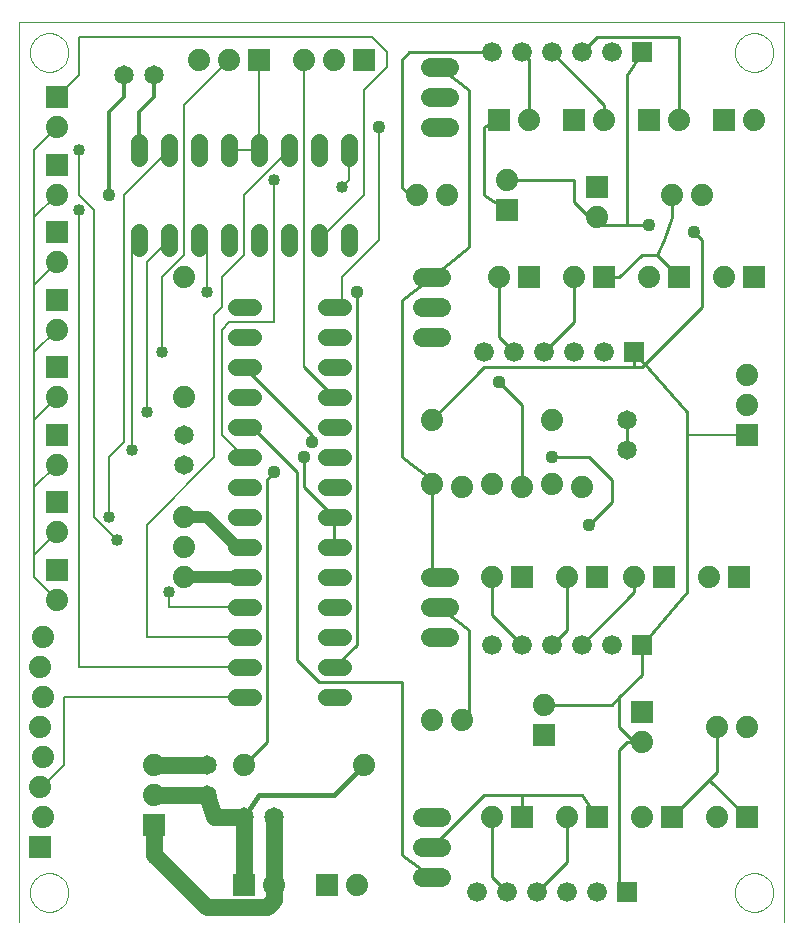
<source format=gtl>
G75*
%MOIN*%
%OFA0B0*%
%FSLAX24Y24*%
%IPPOS*%
%LPD*%
%AMOC8*
5,1,8,0,0,1.08239X$1,22.5*
%
%ADD10C,0.0000*%
%ADD11R,0.0740X0.0740*%
%ADD12C,0.0740*%
%ADD13C,0.0650*%
%ADD14C,0.0560*%
%ADD15C,0.0640*%
%ADD16R,0.0660X0.0660*%
%ADD17C,0.0660*%
%ADD18C,0.0100*%
%ADD19C,0.0436*%
%ADD20C,0.0080*%
%ADD21C,0.0120*%
%ADD22C,0.0160*%
%ADD23C,0.0400*%
%ADD24C,0.0440*%
%ADD25C,0.0400*%
D10*
X000100Y000150D02*
X000100Y030150D01*
X025600Y030150D01*
X025600Y000150D01*
X023957Y001150D02*
X023959Y001200D01*
X023965Y001251D01*
X023975Y001300D01*
X023988Y001349D01*
X024006Y001396D01*
X024027Y001442D01*
X024052Y001486D01*
X024080Y001528D01*
X024111Y001568D01*
X024145Y001605D01*
X024182Y001639D01*
X024222Y001670D01*
X024264Y001698D01*
X024308Y001723D01*
X024354Y001744D01*
X024401Y001762D01*
X024450Y001775D01*
X024499Y001785D01*
X024550Y001791D01*
X024600Y001793D01*
X024650Y001791D01*
X024701Y001785D01*
X024750Y001775D01*
X024799Y001762D01*
X024846Y001744D01*
X024892Y001723D01*
X024936Y001698D01*
X024978Y001670D01*
X025018Y001639D01*
X025055Y001605D01*
X025089Y001568D01*
X025120Y001528D01*
X025148Y001486D01*
X025173Y001442D01*
X025194Y001396D01*
X025212Y001349D01*
X025225Y001300D01*
X025235Y001251D01*
X025241Y001200D01*
X025243Y001150D01*
X025241Y001100D01*
X025235Y001049D01*
X025225Y001000D01*
X025212Y000951D01*
X025194Y000904D01*
X025173Y000858D01*
X025148Y000814D01*
X025120Y000772D01*
X025089Y000732D01*
X025055Y000695D01*
X025018Y000661D01*
X024978Y000630D01*
X024936Y000602D01*
X024892Y000577D01*
X024846Y000556D01*
X024799Y000538D01*
X024750Y000525D01*
X024701Y000515D01*
X024650Y000509D01*
X024600Y000507D01*
X024550Y000509D01*
X024499Y000515D01*
X024450Y000525D01*
X024401Y000538D01*
X024354Y000556D01*
X024308Y000577D01*
X024264Y000602D01*
X024222Y000630D01*
X024182Y000661D01*
X024145Y000695D01*
X024111Y000732D01*
X024080Y000772D01*
X024052Y000814D01*
X024027Y000858D01*
X024006Y000904D01*
X023988Y000951D01*
X023975Y001000D01*
X023965Y001049D01*
X023959Y001100D01*
X023957Y001150D01*
X000457Y001150D02*
X000459Y001200D01*
X000465Y001251D01*
X000475Y001300D01*
X000488Y001349D01*
X000506Y001396D01*
X000527Y001442D01*
X000552Y001486D01*
X000580Y001528D01*
X000611Y001568D01*
X000645Y001605D01*
X000682Y001639D01*
X000722Y001670D01*
X000764Y001698D01*
X000808Y001723D01*
X000854Y001744D01*
X000901Y001762D01*
X000950Y001775D01*
X000999Y001785D01*
X001050Y001791D01*
X001100Y001793D01*
X001150Y001791D01*
X001201Y001785D01*
X001250Y001775D01*
X001299Y001762D01*
X001346Y001744D01*
X001392Y001723D01*
X001436Y001698D01*
X001478Y001670D01*
X001518Y001639D01*
X001555Y001605D01*
X001589Y001568D01*
X001620Y001528D01*
X001648Y001486D01*
X001673Y001442D01*
X001694Y001396D01*
X001712Y001349D01*
X001725Y001300D01*
X001735Y001251D01*
X001741Y001200D01*
X001743Y001150D01*
X001741Y001100D01*
X001735Y001049D01*
X001725Y001000D01*
X001712Y000951D01*
X001694Y000904D01*
X001673Y000858D01*
X001648Y000814D01*
X001620Y000772D01*
X001589Y000732D01*
X001555Y000695D01*
X001518Y000661D01*
X001478Y000630D01*
X001436Y000602D01*
X001392Y000577D01*
X001346Y000556D01*
X001299Y000538D01*
X001250Y000525D01*
X001201Y000515D01*
X001150Y000509D01*
X001100Y000507D01*
X001050Y000509D01*
X000999Y000515D01*
X000950Y000525D01*
X000901Y000538D01*
X000854Y000556D01*
X000808Y000577D01*
X000764Y000602D01*
X000722Y000630D01*
X000682Y000661D01*
X000645Y000695D01*
X000611Y000732D01*
X000580Y000772D01*
X000552Y000814D01*
X000527Y000858D01*
X000506Y000904D01*
X000488Y000951D01*
X000475Y001000D01*
X000465Y001049D01*
X000459Y001100D01*
X000457Y001150D01*
X000457Y029150D02*
X000459Y029200D01*
X000465Y029251D01*
X000475Y029300D01*
X000488Y029349D01*
X000506Y029396D01*
X000527Y029442D01*
X000552Y029486D01*
X000580Y029528D01*
X000611Y029568D01*
X000645Y029605D01*
X000682Y029639D01*
X000722Y029670D01*
X000764Y029698D01*
X000808Y029723D01*
X000854Y029744D01*
X000901Y029762D01*
X000950Y029775D01*
X000999Y029785D01*
X001050Y029791D01*
X001100Y029793D01*
X001150Y029791D01*
X001201Y029785D01*
X001250Y029775D01*
X001299Y029762D01*
X001346Y029744D01*
X001392Y029723D01*
X001436Y029698D01*
X001478Y029670D01*
X001518Y029639D01*
X001555Y029605D01*
X001589Y029568D01*
X001620Y029528D01*
X001648Y029486D01*
X001673Y029442D01*
X001694Y029396D01*
X001712Y029349D01*
X001725Y029300D01*
X001735Y029251D01*
X001741Y029200D01*
X001743Y029150D01*
X001741Y029100D01*
X001735Y029049D01*
X001725Y029000D01*
X001712Y028951D01*
X001694Y028904D01*
X001673Y028858D01*
X001648Y028814D01*
X001620Y028772D01*
X001589Y028732D01*
X001555Y028695D01*
X001518Y028661D01*
X001478Y028630D01*
X001436Y028602D01*
X001392Y028577D01*
X001346Y028556D01*
X001299Y028538D01*
X001250Y028525D01*
X001201Y028515D01*
X001150Y028509D01*
X001100Y028507D01*
X001050Y028509D01*
X000999Y028515D01*
X000950Y028525D01*
X000901Y028538D01*
X000854Y028556D01*
X000808Y028577D01*
X000764Y028602D01*
X000722Y028630D01*
X000682Y028661D01*
X000645Y028695D01*
X000611Y028732D01*
X000580Y028772D01*
X000552Y028814D01*
X000527Y028858D01*
X000506Y028904D01*
X000488Y028951D01*
X000475Y029000D01*
X000465Y029049D01*
X000459Y029100D01*
X000457Y029150D01*
X023957Y029150D02*
X023959Y029200D01*
X023965Y029251D01*
X023975Y029300D01*
X023988Y029349D01*
X024006Y029396D01*
X024027Y029442D01*
X024052Y029486D01*
X024080Y029528D01*
X024111Y029568D01*
X024145Y029605D01*
X024182Y029639D01*
X024222Y029670D01*
X024264Y029698D01*
X024308Y029723D01*
X024354Y029744D01*
X024401Y029762D01*
X024450Y029775D01*
X024499Y029785D01*
X024550Y029791D01*
X024600Y029793D01*
X024650Y029791D01*
X024701Y029785D01*
X024750Y029775D01*
X024799Y029762D01*
X024846Y029744D01*
X024892Y029723D01*
X024936Y029698D01*
X024978Y029670D01*
X025018Y029639D01*
X025055Y029605D01*
X025089Y029568D01*
X025120Y029528D01*
X025148Y029486D01*
X025173Y029442D01*
X025194Y029396D01*
X025212Y029349D01*
X025225Y029300D01*
X025235Y029251D01*
X025241Y029200D01*
X025243Y029150D01*
X025241Y029100D01*
X025235Y029049D01*
X025225Y029000D01*
X025212Y028951D01*
X025194Y028904D01*
X025173Y028858D01*
X025148Y028814D01*
X025120Y028772D01*
X025089Y028732D01*
X025055Y028695D01*
X025018Y028661D01*
X024978Y028630D01*
X024936Y028602D01*
X024892Y028577D01*
X024846Y028556D01*
X024799Y028538D01*
X024750Y028525D01*
X024701Y028515D01*
X024650Y028509D01*
X024600Y028507D01*
X024550Y028509D01*
X024499Y028515D01*
X024450Y028525D01*
X024401Y028538D01*
X024354Y028556D01*
X024308Y028577D01*
X024264Y028602D01*
X024222Y028630D01*
X024182Y028661D01*
X024145Y028695D01*
X024111Y028732D01*
X024080Y028772D01*
X024052Y028814D01*
X024027Y028858D01*
X024006Y028904D01*
X023988Y028951D01*
X023975Y029000D01*
X023965Y029049D01*
X023959Y029100D01*
X023957Y029150D01*
D11*
X023600Y026900D03*
X021100Y026900D03*
X019350Y024650D03*
X018600Y026900D03*
X016100Y026900D03*
X016350Y023900D03*
X017100Y021650D03*
X019600Y021650D03*
X022100Y021650D03*
X024600Y021650D03*
X024350Y016400D03*
X024100Y011650D03*
X021600Y011650D03*
X019350Y011650D03*
X016850Y011650D03*
X020850Y007150D03*
X021850Y003650D03*
X019350Y003650D03*
X016850Y003650D03*
X017600Y006400D03*
X024350Y003650D03*
X010350Y001400D03*
X007600Y001400D03*
X004600Y003400D03*
X000800Y002650D03*
X001350Y011900D03*
X001350Y014150D03*
X001350Y016400D03*
X001350Y018650D03*
X001350Y020900D03*
X001350Y023150D03*
X001350Y025400D03*
X001350Y027650D03*
X008100Y028900D03*
X011600Y028900D03*
D12*
X010600Y028900D03*
X009600Y028900D03*
X007100Y028900D03*
X006100Y028900D03*
X001350Y026650D03*
X001350Y024400D03*
X001350Y022150D03*
X001350Y019900D03*
X001350Y017650D03*
X001350Y015400D03*
X001350Y013150D03*
X001350Y010900D03*
X000900Y009650D03*
X000800Y008650D03*
X000900Y007650D03*
X000800Y006650D03*
X000900Y005650D03*
X000800Y004650D03*
X000900Y003650D03*
X004600Y004400D03*
X004600Y005400D03*
X007600Y005400D03*
X008600Y001400D03*
X011350Y001400D03*
X011600Y005400D03*
X013850Y006900D03*
X014850Y006900D03*
X015850Y003650D03*
X018350Y003650D03*
X020850Y003650D03*
X020850Y006150D03*
X023350Y006650D03*
X024350Y006650D03*
X023350Y003650D03*
X017600Y007400D03*
X018350Y011650D03*
X020600Y011650D03*
X023100Y011650D03*
X018850Y014650D03*
X017850Y014750D03*
X016850Y014650D03*
X015850Y014750D03*
X014850Y014650D03*
X013850Y014750D03*
X013850Y016900D03*
X017850Y016900D03*
X018600Y021650D03*
X019350Y023650D03*
X021100Y021650D03*
X021850Y024400D03*
X022850Y024400D03*
X022100Y026900D03*
X019600Y026900D03*
X017100Y026900D03*
X016350Y024900D03*
X014350Y024400D03*
X013350Y024400D03*
X016100Y021650D03*
X023600Y021650D03*
X024350Y018400D03*
X024350Y017400D03*
X024600Y026900D03*
X015850Y011650D03*
X005600Y011650D03*
X005600Y012650D03*
X005600Y013650D03*
X005600Y017650D03*
X005600Y021650D03*
D13*
X005600Y016400D03*
X005600Y015400D03*
X006350Y005400D03*
X006350Y004400D03*
X007600Y003650D03*
X008600Y003650D03*
X020350Y015900D03*
X020350Y016900D03*
X004600Y028400D03*
X003600Y028400D03*
D14*
X004100Y026180D02*
X004100Y025620D01*
X005100Y025620D02*
X005100Y026180D01*
X006100Y026180D02*
X006100Y025620D01*
X007100Y025620D02*
X007100Y026180D01*
X008100Y026180D02*
X008100Y025620D01*
X009100Y025620D02*
X009100Y026180D01*
X010100Y026180D02*
X010100Y025620D01*
X011100Y025620D02*
X011100Y026180D01*
X011100Y023180D02*
X011100Y022620D01*
X010100Y022620D02*
X010100Y023180D01*
X009100Y023180D02*
X009100Y022620D01*
X008100Y022620D02*
X008100Y023180D01*
X007100Y023180D02*
X007100Y022620D01*
X006100Y022620D02*
X006100Y023180D01*
X005100Y023180D02*
X005100Y022620D01*
X004100Y022620D02*
X004100Y023180D01*
X007320Y020650D02*
X007880Y020650D01*
X007880Y019650D02*
X007320Y019650D01*
X007320Y018650D02*
X007880Y018650D01*
X007880Y017650D02*
X007320Y017650D01*
X007320Y016650D02*
X007880Y016650D01*
X007880Y015650D02*
X007320Y015650D01*
X007320Y014650D02*
X007880Y014650D01*
X007880Y013650D02*
X007320Y013650D01*
X007320Y012650D02*
X007880Y012650D01*
X007880Y011650D02*
X007320Y011650D01*
X007320Y010650D02*
X007880Y010650D01*
X007880Y009650D02*
X007320Y009650D01*
X007320Y008650D02*
X007880Y008650D01*
X007880Y007650D02*
X007320Y007650D01*
X006350Y005400D02*
X004600Y005400D01*
X004600Y004400D02*
X006350Y004400D01*
X006600Y003650D01*
X007600Y003650D01*
X007600Y001400D01*
X008350Y000650D02*
X008600Y000900D01*
X008600Y001400D01*
X008600Y003650D01*
X008350Y000650D02*
X006350Y000650D01*
X004600Y002400D01*
X004600Y003400D01*
X010320Y007650D02*
X010880Y007650D01*
X010880Y008650D02*
X010320Y008650D01*
X010320Y009650D02*
X010880Y009650D01*
X010880Y010650D02*
X010320Y010650D01*
X010320Y011650D02*
X010880Y011650D01*
X010880Y012650D02*
X010320Y012650D01*
X010320Y013650D02*
X010880Y013650D01*
X010880Y014650D02*
X010320Y014650D01*
X010320Y015650D02*
X010880Y015650D01*
X010880Y016650D02*
X010320Y016650D01*
X010320Y017650D02*
X010880Y017650D01*
X010880Y018650D02*
X010320Y018650D01*
X010320Y019650D02*
X010880Y019650D01*
X010880Y020650D02*
X010320Y020650D01*
D15*
X013530Y020650D02*
X014170Y020650D01*
X014170Y021650D02*
X013530Y021650D01*
X013530Y019650D02*
X014170Y019650D01*
X014420Y026650D02*
X013780Y026650D01*
X013780Y027650D02*
X014420Y027650D01*
X014420Y028650D02*
X013780Y028650D01*
X013780Y011650D02*
X014420Y011650D01*
X014420Y010650D02*
X013780Y010650D01*
X013780Y009650D02*
X014420Y009650D01*
X014170Y003650D02*
X013530Y003650D01*
X013530Y002650D02*
X014170Y002650D01*
X014170Y001650D02*
X013530Y001650D01*
D16*
X020350Y001150D03*
X020850Y009400D03*
X020600Y019150D03*
X020850Y029150D03*
D17*
X019850Y029150D03*
X018850Y029150D03*
X017850Y029150D03*
X016850Y029150D03*
X015850Y029150D03*
X015600Y019150D03*
X016600Y019150D03*
X017600Y019150D03*
X018600Y019150D03*
X019600Y019150D03*
X019850Y009400D03*
X018850Y009400D03*
X017850Y009400D03*
X016850Y009400D03*
X015850Y009400D03*
X015350Y001150D03*
X016350Y001150D03*
X017350Y001150D03*
X018350Y001150D03*
X019350Y001150D03*
D18*
X020100Y001400D02*
X020350Y001150D01*
X020100Y001400D02*
X020100Y005900D01*
X020350Y006150D01*
X020850Y006150D01*
X020600Y006150D01*
X020100Y006650D01*
X020100Y007650D01*
X019850Y007400D01*
X017600Y007400D01*
X017850Y009400D02*
X018350Y009900D01*
X018350Y011650D01*
X019100Y013400D02*
X019850Y014150D01*
X019850Y014900D01*
X019100Y015650D01*
X017850Y015650D01*
X016850Y014650D02*
X016850Y017400D01*
X016100Y018150D01*
X015600Y018650D02*
X020600Y018650D01*
X020850Y018650D01*
X022850Y020650D01*
X022850Y022900D01*
X022600Y023150D01*
X021850Y023650D02*
X021850Y024400D01*
X021850Y023650D02*
X021600Y022900D01*
X021350Y022400D01*
X022100Y021650D01*
X021350Y022400D02*
X020850Y022400D01*
X020100Y021650D01*
X019600Y021650D01*
X018600Y021650D02*
X018600Y020150D01*
X017600Y019150D01*
X016600Y019150D02*
X016100Y019650D01*
X016100Y021650D01*
X015100Y022650D02*
X013850Y021650D01*
X012850Y020900D01*
X012850Y015650D01*
X013850Y014900D01*
X013850Y014750D01*
X013850Y011900D01*
X014100Y011650D01*
X014100Y010650D02*
X015100Y009900D01*
X015100Y007150D01*
X014850Y006900D01*
X012850Y008150D02*
X012850Y002400D01*
X013850Y001650D01*
X013850Y002650D02*
X015600Y004400D01*
X016850Y004400D01*
X018850Y004400D01*
X019350Y003650D01*
X018350Y003650D02*
X018350Y002150D01*
X017350Y001150D01*
X016350Y001150D02*
X015850Y001650D01*
X015850Y003650D01*
X016850Y003650D02*
X016850Y004400D01*
X020100Y007650D02*
X020850Y008400D01*
X020850Y009400D01*
X022350Y011150D01*
X022350Y016400D01*
X022350Y017150D01*
X020600Y019150D01*
X020600Y018650D01*
X020350Y016900D02*
X020350Y015900D01*
X020600Y011650D02*
X020600Y011150D01*
X018850Y009400D01*
X016850Y009400D02*
X015850Y010400D01*
X015850Y011650D01*
X012850Y008150D02*
X010100Y008150D01*
X009350Y008900D01*
X009350Y015150D01*
X007850Y016650D01*
X007600Y016650D01*
X008600Y015150D02*
X008350Y014900D01*
X008350Y006150D01*
X007600Y005400D01*
X010600Y008650D02*
X011350Y009400D01*
X011350Y021150D01*
X010850Y020900D02*
X010600Y020650D01*
X009600Y018650D02*
X010600Y017650D01*
X009850Y016400D02*
X009850Y016150D01*
X009850Y016400D02*
X007600Y018650D01*
X009600Y015650D02*
X009600Y014650D01*
X010600Y013650D01*
X010600Y012650D01*
X013850Y016900D02*
X015600Y018650D01*
X015100Y022650D02*
X015100Y027900D01*
X014100Y028650D01*
X013100Y029150D02*
X012850Y028900D01*
X012850Y024650D01*
X013100Y024400D01*
X013350Y024400D01*
X015600Y024400D02*
X015600Y026650D01*
X016100Y026900D01*
X017100Y026900D02*
X017100Y028900D01*
X016850Y029150D01*
X015850Y029150D02*
X013100Y029150D01*
X016350Y024900D02*
X018600Y024900D01*
X018600Y024150D01*
X019100Y023650D01*
X019350Y023650D01*
X019600Y023400D01*
X020350Y023400D01*
X021100Y023400D01*
X020350Y023400D02*
X020350Y028400D01*
X020850Y029150D01*
X022100Y029650D02*
X022100Y026900D01*
X022100Y029650D02*
X019350Y029650D01*
X018850Y029150D01*
X017850Y029150D02*
X019600Y027400D01*
X019600Y026900D01*
X016350Y023900D02*
X015600Y024400D01*
X023350Y006650D02*
X023350Y005150D01*
X023100Y004900D01*
X024350Y003650D01*
X023100Y004900D02*
X021850Y003650D01*
D19*
X019100Y013400D03*
X017850Y015650D03*
X022600Y023150D03*
X021100Y023400D03*
X012100Y026650D03*
X003100Y024400D03*
D20*
X003600Y024400D02*
X005100Y025900D01*
X005600Y027400D02*
X005600Y022400D01*
X004850Y021650D01*
X004850Y019150D01*
X006350Y021150D02*
X006350Y022650D01*
X006100Y022900D01*
X005100Y022900D02*
X004350Y022150D01*
X004350Y017150D01*
X003600Y016150D02*
X003100Y015650D01*
X003100Y013650D01*
X002600Y013650D02*
X002600Y023900D01*
X002100Y024400D01*
X002100Y025900D01*
X001350Y026650D02*
X000600Y025900D01*
X000600Y023650D01*
X000600Y021400D01*
X000600Y019150D01*
X000600Y016900D01*
X000600Y014650D01*
X000600Y012400D01*
X001350Y013150D01*
X000600Y012400D02*
X000600Y011650D01*
X001350Y010900D01*
X002100Y008650D02*
X002100Y023900D01*
X001350Y024400D02*
X000600Y023650D01*
X001350Y022150D02*
X000600Y021400D01*
X001350Y019900D02*
X000600Y019150D01*
X001350Y017650D02*
X000600Y016900D01*
X001350Y015400D02*
X000600Y014650D01*
X002600Y013650D02*
X003350Y012900D01*
X004350Y013400D02*
X006600Y015650D01*
X006600Y020400D01*
X006850Y020650D01*
X006850Y021650D01*
X007600Y022400D01*
X007600Y024400D01*
X009100Y025900D01*
X008600Y024900D02*
X008600Y020150D01*
X007100Y020150D01*
X006850Y019900D01*
X006850Y016400D01*
X007600Y015650D01*
X009600Y018650D02*
X009600Y028900D01*
X008100Y028900D02*
X008100Y025900D01*
X007100Y025900D01*
X005600Y027400D02*
X007100Y028900D01*
X011100Y024900D02*
X010850Y024650D01*
X011100Y024900D02*
X011100Y025900D01*
X012100Y026650D02*
X012100Y022900D01*
X010850Y021650D01*
X010850Y020900D01*
X010100Y022900D02*
X011600Y024400D01*
X011600Y027900D01*
X012350Y028650D01*
X012350Y029150D01*
X011850Y029650D01*
X002100Y029650D01*
X002100Y028400D01*
X001350Y027650D01*
X003600Y024400D02*
X003600Y016150D01*
X003850Y015900D02*
X003850Y022650D01*
X004100Y022900D01*
X004350Y013400D02*
X004350Y009650D01*
X007600Y009650D01*
X007600Y008650D02*
X002100Y008650D01*
X001600Y007650D02*
X001600Y005400D01*
X000850Y004650D01*
X000800Y004650D01*
X001600Y007650D02*
X007600Y007650D01*
X007600Y010650D02*
X005100Y010650D01*
X005100Y011150D01*
X022350Y016400D02*
X024350Y016400D01*
D21*
X004600Y027650D02*
X004600Y028400D01*
X004600Y027650D02*
X004100Y027150D01*
X004100Y025900D01*
X003100Y027150D02*
X003100Y024400D01*
X003100Y027150D02*
X003600Y027650D01*
X003600Y028400D01*
D22*
X011600Y005400D02*
X010600Y004400D01*
X008100Y004400D01*
X007600Y003650D01*
D23*
X007600Y011650D02*
X005600Y011650D01*
X005600Y013650D02*
X006350Y013650D01*
X007350Y012650D01*
X007600Y012650D01*
D24*
X008600Y015150D03*
X009600Y015650D03*
X009850Y016150D03*
X011350Y021150D03*
X016100Y018150D03*
D25*
X010850Y024650D03*
X008600Y024900D03*
X006350Y021150D03*
X004850Y019150D03*
X004350Y017150D03*
X003850Y015900D03*
X003100Y013650D03*
X003350Y012900D03*
X005100Y011150D03*
X002100Y023900D03*
X002100Y025900D03*
M02*

</source>
